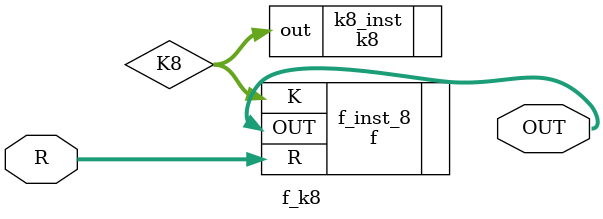
<source format=v>
/**
 * Round function del round 8: funzione f(R, K)
 *
 * Utilizza R7 del round precedente e K8
 * per calcolare il valore (facendo lo XOR con L7) di R8.
*/

module f_k8(
    input [32:1] R,
    output [32:1] OUT
);

    wire [48:1] K8;
    k8 k8_inst(
        .out(K8[48:1])
    );

    f f_inst_8(
        .R(R[32:1]),
        .K(K8[48:1]),
        .OUT(OUT[32:1])
    );
endmodule

</source>
